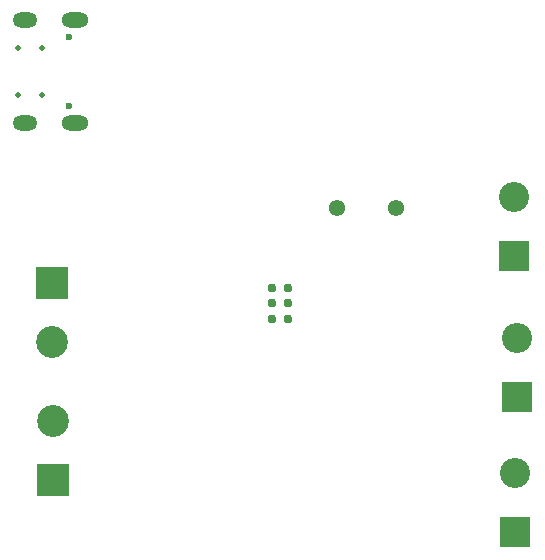
<source format=gbr>
%TF.GenerationSoftware,KiCad,Pcbnew,9.0.0*%
%TF.CreationDate,2025-03-01T12:45:02-04:00*%
%TF.ProjectId,PROYECT T,50524f59-4543-4542-9054-2e6b69636164,rev?*%
%TF.SameCoordinates,Original*%
%TF.FileFunction,Soldermask,Bot*%
%TF.FilePolarity,Negative*%
%FSLAX46Y46*%
G04 Gerber Fmt 4.6, Leading zero omitted, Abs format (unit mm)*
G04 Created by KiCad (PCBNEW 9.0.0) date 2025-03-01 12:45:02*
%MOMM*%
%LPD*%
G01*
G04 APERTURE LIST*
%ADD10C,1.381000*%
%ADD11R,2.700000X2.700000*%
%ADD12C,2.700000*%
%ADD13R,2.550000X2.550000*%
%ADD14C,2.550000*%
%ADD15C,0.770000*%
%ADD16C,0.600000*%
%ADD17O,2.300000X1.300000*%
%ADD18O,2.100000X1.300000*%
%ADD19C,0.500000*%
G04 APERTURE END LIST*
D10*
%TO.C,L2*%
X227544000Y-89408000D03*
X222544000Y-89408000D03*
%TD*%
D11*
%TO.C,MOTOR1*%
X198391000Y-95761000D03*
D12*
X198391000Y-100761000D03*
%TD*%
D13*
%TO.C,BOTON_TERMINAL1*%
X237556000Y-93511000D03*
D14*
X237556000Y-88511000D03*
%TD*%
D15*
%TO.C,U2*%
X218371000Y-98786000D03*
X218371000Y-97486000D03*
X218371000Y-96186000D03*
X217071000Y-98786000D03*
X217071000Y-97486000D03*
X217071000Y-96186000D03*
%TD*%
D13*
%TO.C,LSC1*%
X237656000Y-116826000D03*
D14*
X237656000Y-111826000D03*
%TD*%
D13*
%TO.C,LSA}1*%
X237826000Y-105406000D03*
D14*
X237826000Y-100406000D03*
%TD*%
D11*
%TO.C,PILA1*%
X198506000Y-112446000D03*
D12*
X198506000Y-107446000D03*
%TD*%
D16*
%TO.C,J1*%
X199843500Y-74986000D03*
X199843500Y-80766000D03*
D17*
X200363500Y-73546000D03*
D18*
X196163500Y-73546000D03*
D19*
X197543500Y-75876000D03*
X195543500Y-75876000D03*
X197543500Y-79876000D03*
X195543500Y-79876000D03*
D17*
X200363500Y-82206000D03*
D18*
X196163500Y-82206000D03*
%TD*%
M02*

</source>
